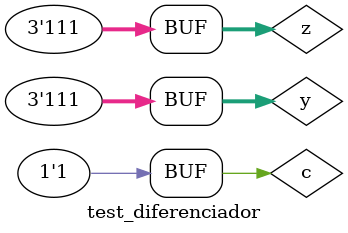
<source format=v>

module MD (output  s0, output s1,
input  a, 
input  b);
wire nb;

not NOT1 (nb,b);
xor XOR1 (s0,a,b);
and AND1 (s1,a,nb);

endmodule//MD

module FD (output  s0, output s1,
input  a, 
input  b,
input  c);
wire x,y,z;

MD AD1 (x,y,a,b);
MD AD2 (s0,z,x,c);
and AND1 (s1,z,y);

endmodule//FD

module diferenciador (output  s0, output  s1, output  s2,
input  [2:0] a, 
input  [2:0] b,
input c);

wire o,m,n,w,p,q;

xor XOR1(o,b[0],c);
xor XOR2(m,a[1],c);
xor XOR3(n,b[2],c);
FD FD1(s0,w,a[0],o,c);
FD FD2(s1,p,b[1],m,w);
FD FD3(s2,q,a[2],n,p);

endmodule//diferenciador

module test_diferenciador; 
// ------------------------- definir dados 
reg [2:0] y,z;  
reg c;
wire g,h,i;
diferenciador modulo1 (g,h,i,y,z,c);
// ------------------------- parte principal 
initial begin 
$display("Exemplo0022 - Luhan Mairinck - 446987"); 
$display("Test LU's module"); 
y = 3'b000; z = 3'b000; c = 'b0;
// projetar testes do modulo 
#1 $monitor("%3b  %3b  %3b = %3b%3b%3b ",z,y,c,i,h,g);
#1 y = 3'b001; z = 3'b000; c = 'b0;
#1 y = 3'b001; z = 3'b001; c = 'b0;
#1 y = 3'b010; z = 3'b001; c = 'b0;
#1 y = 3'b010; z = 3'b010; c = 'b0;
#1 y = 3'b011; z = 3'b010; c = 'b0;
#1 y = 3'b011; z = 3'b011; c = 'b0;
#1 y = 3'b100; z = 3'b011; c = 'b0;
#1 y = 3'b100; z = 3'b100; c = 'b0;
#1 y = 3'b101; z = 3'b100; c = 'b0;
#1 y = 3'b101; z = 3'b101; c = 'b0;
#1 y = 3'b110; z = 3'b101; c = 'b0;
#1 y = 3'b110; z = 3'b110; c = 'b0;
#1 y = 3'b111; z = 3'b110; c = 'b0;
#1 y = 3'b111; z = 3'b111; c = 'b0;
#1 y = 3'b000; z = 3'b111; c = 'b0;
#1 y = 3'b000; z = 3'b000; c = 'b1;
#1 y = 3'b001; z = 3'b000; c = 'b1;
#1 y = 3'b001; z = 3'b001; c = 'b1;
#1 y = 3'b010; z = 3'b001; c = 'b1;
#1 y = 3'b010; z = 3'b010; c = 'b1;
#1 y = 3'b011; z = 3'b010; c = 'b1;
#1 y = 3'b011; z = 3'b011; c = 'b1;
#1 y = 3'b100; z = 3'b011; c = 'b1;
#1 y = 3'b100; z = 3'b100; c = 'b1;
#1 y = 3'b101; z = 3'b100; c = 'b1;
#1 y = 3'b101; z = 3'b101; c = 'b1;
#1 y = 3'b110; z = 3'b101; c = 'b1;
#1 y = 3'b110; z = 3'b110; c = 'b1;
#1 y = 3'b111; z = 3'b110; c = 'b1;
#1 y = 3'b111; z = 3'b111; c = 'b1;
end 
endmodule // test_diferenciador 
</source>
